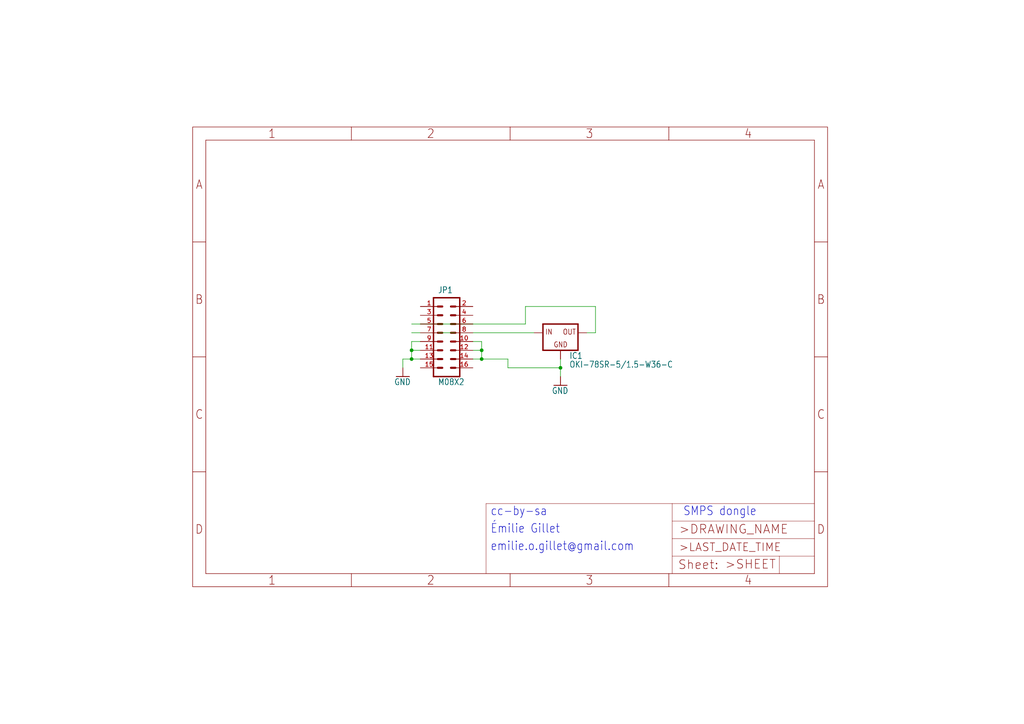
<source format=kicad_sch>
(kicad_sch (version 20211123) (generator eeschema)
  (paper "A4")
  (lib_symbols
    (symbol "volts_v01-eagle-import:A5L-LOC"
      (symbol "A5L-LOC_0_0"
        (polyline (pts (xy 0 33.3375) (xy 3.81 33.3375)))
        (polyline (pts (xy 0 66.675) (xy 3.81 66.675)))
        (polyline (pts (xy 0 100.0125) (xy 3.81 100.0125)))
        (polyline (pts (xy 3.81 3.81) (xy 3.81 129.54)))
        (polyline (pts (xy 46.0375 0) (xy 46.0375 3.81)))
        (polyline (pts (xy 46.0375 129.54) (xy 46.0375 133.35)))
        (polyline (pts (xy 92.075 0) (xy 92.075 3.81)))
        (polyline (pts (xy 92.075 129.54) (xy 92.075 133.35)))
        (polyline (pts (xy 138.1125 0) (xy 138.1125 3.81)))
        (polyline (pts (xy 138.1125 129.54) (xy 138.1125 133.35)))
        (polyline (pts (xy 180.34 3.81) (xy 3.81 3.81)))
        (polyline (pts (xy 180.34 3.81) (xy 180.34 129.54)))
        (polyline (pts (xy 180.34 33.3375) (xy 184.15 33.3375)))
        (polyline (pts (xy 180.34 66.675) (xy 184.15 66.675)))
        (polyline (pts (xy 180.34 100.0125) (xy 184.15 100.0125)))
        (polyline (pts (xy 180.34 129.54) (xy 3.81 129.54)))
        (polyline (pts (xy 0 0) (xy 184.15 0) (xy 184.15 133.35) (xy 0 133.35) (xy 0 0)))
        (text "1" (at 23.0188 1.905 0) (effects (font (size 2.54 2.286))))
        (text "1" (at 23.0188 131.445 0) (effects (font (size 2.54 2.286))))
        (text "2" (at 69.0563 1.905 0) (effects (font (size 2.54 2.286))))
        (text "2" (at 69.0563 131.445 0) (effects (font (size 2.54 2.286))))
        (text "3" (at 115.0938 1.905 0) (effects (font (size 2.54 2.286))))
        (text "3" (at 115.0938 131.445 0) (effects (font (size 2.54 2.286))))
        (text "4" (at 161.1313 1.905 0) (effects (font (size 2.54 2.286))))
        (text "4" (at 161.1313 131.445 0) (effects (font (size 2.54 2.286))))
        (text "A" (at 1.905 116.6813 0) (effects (font (size 2.54 2.286))))
        (text "A" (at 182.245 116.6813 0) (effects (font (size 2.54 2.286))))
        (text "B" (at 1.905 83.3438 0) (effects (font (size 2.54 2.286))))
        (text "B" (at 182.245 83.3438 0) (effects (font (size 2.54 2.286))))
        (text "C" (at 1.905 50.0063 0) (effects (font (size 2.54 2.286))))
        (text "C" (at 182.245 50.0063 0) (effects (font (size 2.54 2.286))))
        (text "D" (at 1.905 16.6688 0) (effects (font (size 2.54 2.286))))
        (text "D" (at 182.245 16.6688 0) (effects (font (size 2.54 2.286))))
      )
      (symbol "A5L-LOC_1_0"
        (polyline (pts (xy 85.09 3.81) (xy 85.09 24.13)) (stroke (width 0.1016)))
        (polyline (pts (xy 85.09 24.13) (xy 139.065 24.13)) (stroke (width 0.1016)))
        (polyline (pts (xy 139.065 8.89) (xy 139.065 3.81)) (stroke (width 0.1016)))
        (polyline (pts (xy 139.065 8.89) (xy 139.065 13.97)) (stroke (width 0.1016)))
        (polyline (pts (xy 139.065 13.97) (xy 139.065 19.05)) (stroke (width 0.1016)))
        (polyline (pts (xy 139.065 13.97) (xy 180.34 13.97)) (stroke (width 0.1016)))
        (polyline (pts (xy 139.065 19.05) (xy 139.065 24.13)) (stroke (width 0.1016)))
        (polyline (pts (xy 139.065 19.05) (xy 180.34 19.05)) (stroke (width 0.1016)))
        (polyline (pts (xy 139.065 24.13) (xy 180.34 24.13)) (stroke (width 0.1016)))
        (polyline (pts (xy 170.18 3.81) (xy 170.18 8.89)) (stroke (width 0.1016)))
        (polyline (pts (xy 170.18 8.89) (xy 139.065 8.89)) (stroke (width 0.1016)))
        (polyline (pts (xy 170.18 8.89) (xy 180.34 8.89)) (stroke (width 0.1016)))
        (text ">DRAWING_NAME" (at 140.97 15.24 0) (effects (font (size 2.54 2.54)) (justify left bottom)))
        (text ">LAST_DATE_TIME" (at 140.97 10.16 0) (effects (font (size 2.286 2.286)) (justify left bottom)))
        (text ">SHEET" (at 154.305 5.08 0) (effects (font (size 2.54 2.54)) (justify left bottom)))
        (text "Sheet:" (at 140.716 4.953 0) (effects (font (size 2.54 2.54)) (justify left bottom)))
      )
    )
    (symbol "volts_v01-eagle-import:GND" (power)
      (property "Value" "GND" (at -2.54 -2.54 0))
      (symbol "GND_1_0"
        (polyline (pts (xy -1.905 0) (xy 1.905 0)) (stroke (width 0.254)))
        (pin power_in line (at 0 2.54 270) (length 2.54) (name "GND") (number "1"))
      )
    )
    (symbol "volts_v01-eagle-import:M08X2"
      (property "Value" "M08X2" (at -2.54 -12.7 0))
      (symbol "M08X2_1_0"
        (polyline (pts (xy -3.81 12.7) (xy -3.81 -10.16)) (stroke (width 0.4064)))
        (polyline (pts (xy -3.81 12.7) (xy 3.81 12.7)) (stroke (width 0.4064)))
        (polyline (pts (xy -1.27 -7.62) (xy -2.54 -7.62)) (stroke (width 0.6096)))
        (polyline (pts (xy -1.27 -5.08) (xy -2.54 -5.08)) (stroke (width 0.6096)))
        (polyline (pts (xy -1.27 -2.54) (xy -2.54 -2.54)) (stroke (width 0.6096)))
        (polyline (pts (xy -1.27 0) (xy -2.54 0)) (stroke (width 0.6096)))
        (polyline (pts (xy -1.27 2.54) (xy -2.54 2.54)) (stroke (width 0.6096)))
        (polyline (pts (xy -1.27 5.08) (xy -2.54 5.08)) (stroke (width 0.6096)))
        (polyline (pts (xy -1.27 7.62) (xy -2.54 7.62)) (stroke (width 0.6096)))
        (polyline (pts (xy -1.27 10.16) (xy -2.54 10.16)) (stroke (width 0.6096)))
        (polyline (pts (xy 1.27 -7.62) (xy 2.54 -7.62)) (stroke (width 0.6096)))
        (polyline (pts (xy 1.27 -5.08) (xy 2.54 -5.08)) (stroke (width 0.6096)))
        (polyline (pts (xy 1.27 -2.54) (xy 2.54 -2.54)) (stroke (width 0.6096)))
        (polyline (pts (xy 1.27 0) (xy 2.54 0)) (stroke (width 0.6096)))
        (polyline (pts (xy 1.27 2.54) (xy 2.54 2.54)) (stroke (width 0.6096)))
        (polyline (pts (xy 1.27 5.08) (xy 2.54 5.08)) (stroke (width 0.6096)))
        (polyline (pts (xy 1.27 7.62) (xy 2.54 7.62)) (stroke (width 0.6096)))
        (polyline (pts (xy 1.27 10.16) (xy 2.54 10.16)) (stroke (width 0.6096)))
        (polyline (pts (xy 3.81 -10.16) (xy -3.81 -10.16)) (stroke (width 0.4064)))
        (polyline (pts (xy 3.81 -10.16) (xy 3.81 12.7)) (stroke (width 0.4064)))
        (pin passive line (at -7.62 10.16 0) (length 5.08) (name "1") (number "1"))
        (pin passive line (at 7.62 0 180) (length 5.08) (name "10") (number "10"))
        (pin passive line (at -7.62 -2.54 0) (length 5.08) (name "11") (number "11"))
        (pin passive line (at 7.62 -2.54 180) (length 5.08) (name "12") (number "12"))
        (pin passive line (at -7.62 -5.08 0) (length 5.08) (name "13") (number "13"))
        (pin passive line (at 7.62 -5.08 180) (length 5.08) (name "14") (number "14"))
        (pin passive line (at -7.62 -7.62 0) (length 5.08) (name "15") (number "15"))
        (pin passive line (at 7.62 -7.62 180) (length 5.08) (name "16") (number "16"))
        (pin passive line (at 7.62 10.16 180) (length 5.08) (name "2") (number "2"))
        (pin passive line (at -7.62 7.62 0) (length 5.08) (name "3") (number "3"))
        (pin passive line (at 7.62 7.62 180) (length 5.08) (name "4") (number "4"))
        (pin passive line (at -7.62 5.08 0) (length 5.08) (name "5") (number "5"))
        (pin passive line (at 7.62 5.08 180) (length 5.08) (name "6") (number "6"))
        (pin passive line (at -7.62 2.54 0) (length 5.08) (name "7") (number "7"))
        (pin passive line (at 7.62 2.54 180) (length 5.08) (name "8") (number "8"))
        (pin passive line (at -7.62 0 0) (length 5.08) (name "9") (number "9"))
      )
    )
    (symbol "volts_v01-eagle-import:OKI-78SR"
      (property "Value" "OKI-78SR" (at 2.54 -10.16 0))
      (symbol "OKI-78SR_1_0"
        (polyline (pts (xy -5.08 -5.08) (xy 5.08 -5.08)) (stroke (width 0.4064)))
        (polyline (pts (xy -5.08 2.54) (xy -5.08 -5.08)) (stroke (width 0.4064)))
        (polyline (pts (xy 5.08 -5.08) (xy 5.08 2.54)) (stroke (width 0.4064)))
        (polyline (pts (xy 5.08 2.54) (xy -5.08 2.54)) (stroke (width 0.4064)))
        (text "GND" (at -2.032 -4.318 0) (effects (font (size 1.524 1.2954)) (justify left bottom)))
        (text "IN" (at -4.445 -0.635 0) (effects (font (size 1.524 1.2954)) (justify left bottom)))
        (text "OUT" (at 0.635 -0.635 0) (effects (font (size 1.524 1.2954)) (justify left bottom)))
        (pin input line (at -7.62 0 0) (length 2.54) (name "IN") (number "1"))
        (pin input line (at 0 -7.62 90) (length 2.54) (name "GND") (number "2"))
        (pin output line (at 7.62 0 180) (length 2.54) (name "OUT") (number "3"))
      )
    )
  )
  (junction (at 139.7 101.6))
  (junction (at 119.38 104.14))
  (junction (at 119.38 101.6))
  (junction (at 162.56 106.68))
  (junction (at 139.7 104.14))
  (wire (pts (xy 121.92 96.52) (xy 119.38 96.52)))
  (wire (pts (xy 119.38 104.14) (xy 116.84 104.14)))
  (wire (pts (xy 172.72 88.9) (xy 172.72 96.52)))
  (wire (pts (xy 139.7 104.14) (xy 137.16 104.14)))
  (wire (pts (xy 152.4 88.9) (xy 172.72 88.9)))
  (wire (pts (xy 121.92 99.06) (xy 119.38 99.06)))
  (wire (pts (xy 119.38 99.06) (xy 119.38 101.6)))
  (wire (pts (xy 121.92 93.98) (xy 119.38 93.98)))
  (wire (pts (xy 119.38 104.14) (xy 121.92 104.14)))
  (wire (pts (xy 147.32 106.68) (xy 162.56 106.68)))
  (wire (pts (xy 139.7 99.06) (xy 139.7 101.6)))
  (wire (pts (xy 139.7 101.6) (xy 139.7 104.14)))
  (wire (pts (xy 119.38 101.6) (xy 119.38 104.14)))
  (wire (pts (xy 121.92 96.52) (xy 137.16 96.52)))
  (wire (pts (xy 137.16 99.06) (xy 139.7 99.06)))
  (wire (pts (xy 119.38 101.6) (xy 121.92 101.6)))
  (wire (pts (xy 137.16 101.6) (xy 139.7 101.6)))
  (wire (pts (xy 147.32 104.14) (xy 147.32 106.68)))
  (wire (pts (xy 139.7 104.14) (xy 147.32 104.14)))
  (wire (pts (xy 172.72 96.52) (xy 170.18 96.52)))
  (wire (pts (xy 152.4 93.98) (xy 152.4 88.9)))
  (wire (pts (xy 137.16 93.98) (xy 152.4 93.98)))
  (wire (pts (xy 162.56 106.68) (xy 162.56 109.22)))
  (wire (pts (xy 121.92 93.98) (xy 137.16 93.98)))
  (wire (pts (xy 162.56 106.68) (xy 162.56 104.14)))
  (wire (pts (xy 137.16 96.52) (xy 154.94 96.52)))
  (wire (pts (xy 116.84 104.14) (xy 116.84 106.68)))
  (text "cc-by-sa" (at 142.24 149.86 180) (effects (font (size 2.54 2.159)) (justify left bottom)))
  (text "Émilie Gillet" (at 142.24 154.94 180) (effects (font (size 2.54 2.159)) (justify left bottom)))
  (text "SMPS dongle" (at 198.12 149.86 180) (effects (font (size 2.54 2.159)) (justify left bottom)))
  (text "emilie.o.gillet@gmail.com" (at 142.24 160.02 180) (effects (font (size 2.54 2.159)) (justify left bottom)))
  (symbol (lib_id "volts_v01-eagle-import:GND") (at 116.84 109.22 0) (unit 1)
    (property "Reference" "#GND2" (effects hide))
    (property "Value" "GND" (at 114.3 111.76 0) (effects (font (size 1.778 1.5113)) (justify left bottom)))
    (property "Footprint" "volts_v01:" (effects hide))
  )
  (symbol (lib_id "volts_v01-eagle-import:A5L-LOC") (at 55.88 170.18 0) (unit 1)
    (property "Reference" "#FRAME2" (effects hide))
    (property "Value" "A5L-LOC" (effects hide))
    (property "Footprint" "volts_v01:" (effects hide))
  )
  (symbol (lib_id "volts_v01-eagle-import:M08X2") (at 129.54 99.06 0) (unit 1)
    (property "Reference" "JP1" (at 127 85.09 0) (effects (font (size 1.778 1.5113)) (justify left bottom)))
    (property "Value" "M08X2" (at 127 111.76 0) (effects (font (size 1.778 1.5113)) (justify left bottom)))
    (property "Footprint" "volts_v01:2X8" (effects hide))
  )
  (symbol (lib_id "volts_v01-eagle-import:OKI-78SR") (at 162.56 96.52 0) (unit 1)
    (property "Reference" "IC1" (at 165.1 104.14 0) (effects (font (size 1.778 1.5113)) (justify left bottom)))
    (property "Value" "OKI-78SR-5/1.5-W36-C" (at 165.1 106.68 0) (effects (font (size 1.778 1.5113)) (justify left bottom)))
    (property "Footprint" "volts_v01:OKI78SR" (effects hide))
  )
  (symbol (lib_id "volts_v01-eagle-import:GND") (at 162.56 111.76 0) (unit 1)
    (property "Reference" "#GND1" (effects hide))
    (property "Value" "GND" (at 160.02 114.3 0) (effects (font (size 1.778 1.5113)) (justify left bottom)))
    (property "Footprint" "volts_v01:" (effects hide))
  )
)
</source>
